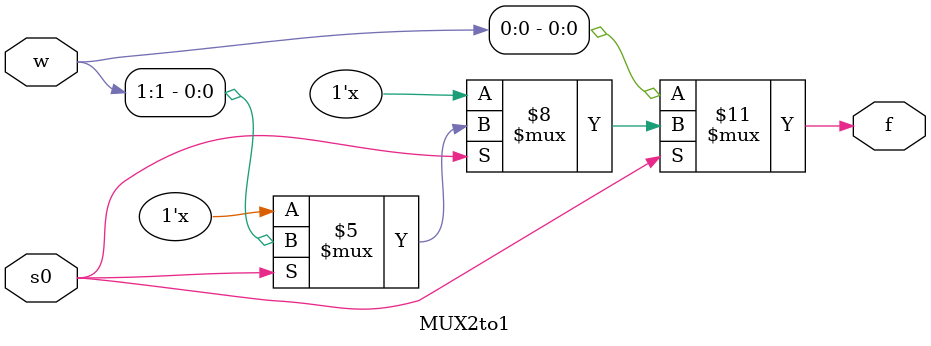
<source format=v>
module MUX2to1(w,s0,f);
input [0:1] w;
input s0;
output reg f;

always @(w,s0) begin
    if(s0==0)
        f = w[0];
    else if(s0==1)
        f = w[1];
end

endmodule

</source>
